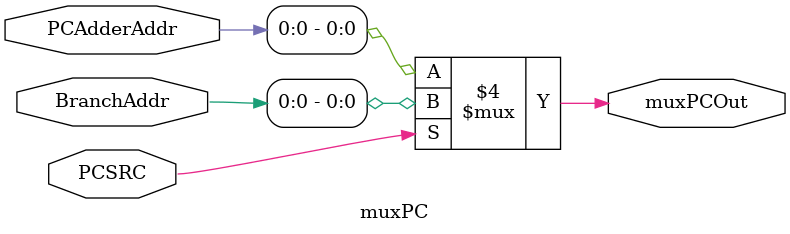
<source format=v>
module muxPC(
  input [15:0] PCAdderAddr, BranchAddr,
  input PCSRC,
  output reg muxPCOut
  );

  always@(*)
    if (!PCSRC)
      muxPCOut <= PCAdderAddr;
    else
      muxPCOut <= BranchAddr;
endmodule

</source>
